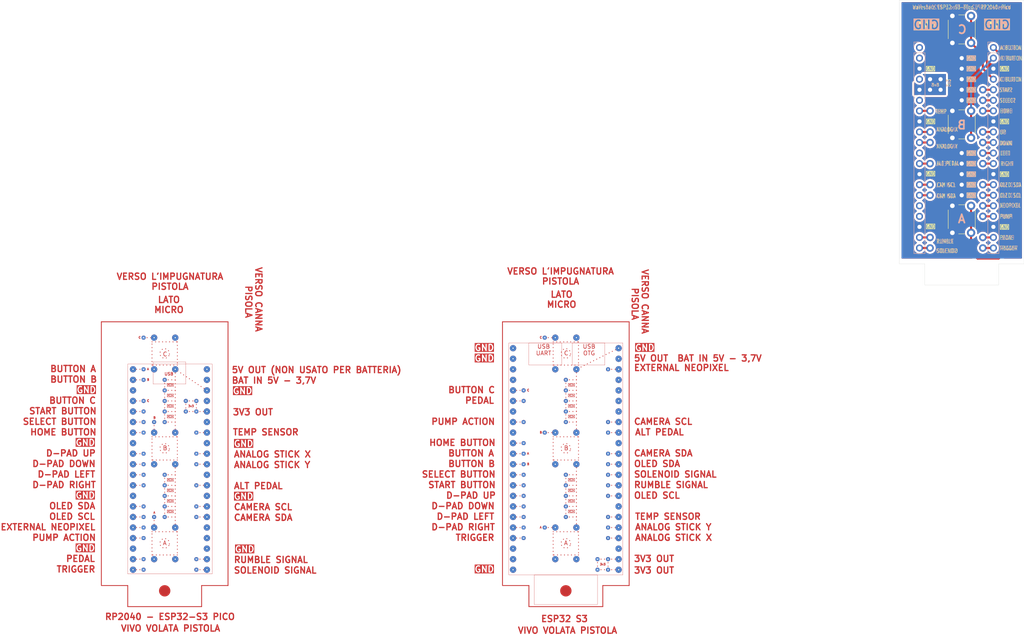
<source format=kicad_pcb>
(kicad_pcb (version 20241229) (generator "pcbnew") (generator_version "9.0")
  (title_block (comment 4 "AISLER Project ID: UDKLLJUE"))
  (layers (0 "F.Cu" signal) (2 "B.Cu" signal) (13 "F.Paste" user) (15 "B.Paste" user) (5 "F.SilkS" user "F.Silkscreen") (7 "B.SilkS" user "B.Silkscreen") (1 "F.Mask" user) (3 "B.Mask" user) (25 "Edge.Cuts" user))
  (net 0 "")
  (net 1 "VCC")
  (net 2 "GND")
  (net 3 "A")
  (net 4 "B")
  (net 5 "C")
  (footprint "MountingHole:MountingHole_2.2mm_M2" (layer "F.Cu") (at 243.84 106.68)
    (property "Reference" "REF**" (hide yes))
    (property "Value" "MountingHole_2.2mm_M2" (hide yes))
  )
  (footprint "Button_Switch_THT:SW_PUSH_6mm" (layer "F.Cu") (at 241.59 75.08 90)
    (property "Reference" "REF**" (hide yes))
    (property "Value" "SW_PUSH_6mm" (hide yes))
  )
  (footprint "Button_Switch_THT:SW_PUSH_6mm" (layer "F.Cu") (at 241.59 97.94 90)
    (property "Reference" "REF**" (hide yes))
    (property "Value" "SW_PUSH_6mm" (hide yes))
  )
  (footprint "Button_Switch_THT:SW_PUSH_6mm" (layer "F.Cu") (at 241.59 52.22 90)
    (property "Reference" "REF**" (hide yes))
    (property "Value" "SW_PUSH_6mm" (hide yes))
  )
  (footprint "Connector_PinSocket_2.54mm:PinSocket_1x20_P2.54mm_Vertical" (layer "B.Cu") (at 233.68 53.34 180)
    (property "Reference" "REF**" (hide yes))
    (property "Value" "PinSocket_1x20_P2.54mm_Vertical" (hide yes))
  )
  (footprint "Connector_PinSocket_2.54mm:PinSocket_1x20_P2.54mm_Vertical" (layer "B.Cu") (at 251.46 53.34 180)
    (property "Reference" "REF**" (hide yes))
    (property "Value" "PinSocket_1x20_P2.54mm_Vertical" (hide yes))
  )
  (gr_rect (start 150.114 124.46) (end 157.988 129.794) (stroke (width 0.0508)) (fill no) (layer "F.Cu"))
  (gr_line (start 151.13 130.81) (end 151.13 146.05) (stroke (width 0.2) (type dot)) (layer "F.Cu"))
  (gr_line (start 46.99 168.91) (end 44.45 168.91) (stroke (width 0.2) (type dot)) (layer "F.Cu"))
  (gr_line (start 135.89 168.91) (end 138.43 168.91) (stroke (width 0.2) (type dot)) (layer "F.Cu"))
  (gr_line (start 148.59 163.83) (end 151.13 163.83) (stroke (width 0.2) (type dot)) (layer "F.Cu"))
  (gr_line (start 59.69 163.83) (end 62.23 163.83) (stroke (width 0.2) (type dot)) (layer "F.Cu"))
  (gr_line (start 59.69 158.75) (end 62.23 158.75) (stroke (width 0.2) (type dot)) (layer "F.Cu"))
  (gr_rect (start 145.542 169.926) (end 151.638 175.514) (stroke (width 0.2) (type dot)) (fill no) (layer "F.Cu"))
  (gr_line (start 57.15 140.97) (end 57.15 138.43) (stroke (width 0.2) (type dot)) (layer "F.Cu"))
  (gr_circle (center 52.07 127) (end 53.086 127.508) (stroke (width 0.2) (type dot)) (fill no) (layer "F.Cu"))
  (gr_line (start 133.35 182.753) (end 133.35 119.38) (stroke (width 0.2)) (layer "F.Cu"))
  (gr_line (start 148.59 135.89) (end 151.13 135.89) (stroke (width 0.2) (type dot)) (layer "F.Cu"))
  (gr_line (start 59.69 153.67) (end 62.23 153.67) (stroke (width 0.2) (type dot)) (layer "F.Cu"))
  (gr_line (start 46.99 163.83) (end 44.45 163.83) (stroke (width 0.2) (type dot)) (layer "F.Cu"))
  (gr_line (start 43.18 187.96) (end 60.96 187.96) (stroke (width 0.2)) (layer "F.Cu"))
  (gr_line (start 156.21 176.53) (end 158.75 176.53) (stroke (width 0.2) (type dot)) (layer "F.Cu"))
  (gr_rect (start 49.022 169.926) (end 55.118 175.514) (stroke (width 0.2) (type dot)) (fill no) (layer "F.Cu"))
  (gr_line (start 62.23 135.89) (end 54.61 130.81) (stroke (width 0.2) (type dot)) (layer "F.Cu"))
  (gr_rect (start 139.7 124.46) (end 147.574 129.794) (stroke (width 0.0508)) (fill no) (layer "F.Cu"))
  (gr_rect (start 140.97 180.34) (end 156.21 187.452) (stroke (width 0.0508)) (fill no) (layer "F.Cu"))
  (gr_line (start 52.07 135.89) (end 54.61 135.89) (stroke (width 0.2) (type dot)) (layer "F.Cu"))
  (gr_line (start 158.75 153.67) (end 161.29 153.67) (stroke (width 0.2) (type dot)) (layer "F.Cu"))
  (gr_line (start 158.75 130.81) (end 161.29 130.81) (stroke (width 0.2) (type dot)) (layer "F.Cu"))
  (gr_line (start 148.59 133.35) (end 151.13 133.35) (stroke (width 0.2) (type dot)) (layer "F.Cu"))
  (gr_rect (start 145.542 124.206) (end 151.638 129.794) (stroke (width 0.2) (type dot)) (fill no) (layer "F.Cu"))
  (gr_line (start 59.69 151.13) (end 62.23 151.13) (stroke (width 0.2) (type dot)) (layer "F.Cu"))
  (gr_line (start 133.35 119.38) (end 163.83 119.38) (stroke (width 0.2)) (layer "F.Cu"))
  (gr_line (start 57.15 140.97) (end 59.69 140.97) (stroke (width 0.2) (type dot)) (layer "F.Cu"))
  (gr_line (start 148.59 166.37) (end 151.13 166.37) (stroke (width 0.2) (type dot)) (layer "F.Cu"))
  (gr_circle (center 52.07 172.72) (end 53.086 173.228) (stroke (width 0.2) (type dot)) (fill no) (layer "F.Cu"))
  (gr_line (start 52.07 156.21) (end 54.61 156.21) (stroke (width 0.2) (type dot)) (layer "F.Cu"))
  (gr_line (start 158.75 146.05) (end 161.29 146.05) (stroke (width 0.2) (type dot)) (layer "F.Cu"))
  (gr_rect (start 49.276 129.032) (end 57.15 134.366) (stroke (width 0.0508)) (fill no) (layer "F.Cu"))
  (gr_line (start 158.75 161.29) (end 161.29 161.29) (stroke (width 0.2) (type dot)) (layer "F.Cu"))
  (gr_line (start 46.99 153.67) (end 44.45 153.67) (stroke (width 0.2) (type dot)) (layer "F.Cu"))
  (gr_line (start 135.89 161.29) (end 138.43 161.29) (stroke (width 0.2) (type dot)) (layer "F.Cu"))
  (gr_line (start 158.75 166.37) (end 161.29 166.37) (stroke (width 0.2) (type dot)) (layer "F.Cu"))
  (gr_circle (center 148.59 172.72) (end 149.606 173.228) (stroke (width 0.2) (type dot)) (fill no) (layer "F.Cu"))
  (gr_line (start 148.59 158.75) (end 151.13 158.75) (stroke (width 0.2) (type dot)) (layer "F.Cu"))
  (gr_line (start 46.99 179.07) (end 44.45 179.07) (stroke (width 0.2) (type dot)) (layer "F.Cu"))
  (gr_line (start 36.83 119.38) (end 67.31 119.38) (stroke (width 0.2)) (layer "F.Cu"))
  (gr_line (start 43.18 182.88) (end 43.18 187.96) (stroke (width 0.2)) (layer "F.Cu"))
  (gr_line (start 135.89 135.89) (end 138.43 135.89) (stroke (width 0.2) (type dot)) (layer "F.Cu"))
  (gr_line (start 46.99 146.05) (end 44.45 146.05) (stroke (width 0.2) (type dot)) (layer "F.Cu"))
  (gr_line (start 46.99 171.45) (end 44.45 171.45) (stroke (width 0.2) (type dot)) (layer "F.Cu"))
  (gr_line (start 148.59 156.21) (end 151.13 156.21) (stroke (width 0.2) (type dot)) (layer "F.Cu"))
  (gr_line (start 52.07 166.37) (end 54.61 166.37) (stroke (width 0.2) (type dot)) (layer "F.Cu"))
  (gr_line (start 156.21 179.07) (end 156.21 176.53) (stroke (width 0.2) (type dot)) (layer "F.Cu"))
  (gr_line (start 46.99 140.97) (end 44.45 140.97) (stroke (width 0.2) (type dot)) (layer "F.Cu"))
  (gr_line (start 59.69 140.97) (end 62.23 140.97) (stroke (width 0.2) (type dot)) (layer "F.Cu"))
  (gr_line (start 158.75 143.51) (end 161.29 143.51) (stroke (width 0.2) (type dot)) (layer "F.Cu"))
  (gr_line (start 46.99 156.21) (end 44.45 156.21) (stroke (width 0.2) (type dot)) (layer "F.Cu"))
  (gr_line (start 135.89 166.37) (end 138.43 166.37) (stroke (width 0.2) (type dot)) (layer "F.Cu"))
  (gr_line (start 135.89 158.75) (end 138.43 158.75) (stroke (width 0.2) (type dot)) (layer "F.Cu"))
  (gr_line (start 52.07 156.21) (end 52.07 166.37) (stroke (width 0.2) (type dot)) (layer "F.Cu"))
  (gr_line (start 59.69 146.05) (end 62.23 146.05) (stroke (width 0.2) (type dot)) (layer "F.Cu"))
  (gr_rect (start 49.022 147.066) (end 55.118 152.654) (stroke (width 0.2) (type dot)) (fill no) (layer "F.Cu"))
  (gr_line (start 143.51 146.05) (end 146.05 146.05) (stroke (width 0.2) (type dot)) (layer "F.Cu"))
  (gr_line (start 59.69 179.07) (end 62.23 179.07) (stroke (width 0.2) (type dot)) (layer "F.Cu"))
  (gr_line (start 49.53 166.37) (end 49.53 168.91) (stroke (width 0.2) (type dot)) (layer "F.Cu"))
  (gr_line (start 60.96 182.88) (end 60.96 187.96) (stroke (width 0.2)) (layer "F.Cu"))
  (gr_line (start 46.99 143.51) (end 44.45 143.51) (stroke (width 0.2) (type dot)) (layer "F.Cu"))
  (gr_line (start 46.99 123.19) (end 49.53 123.19) (stroke (width 0.2) (type dot)) (layer "F.Cu"))
  (gr_line (start 135.89 156.21) (end 138.43 156.21) (stroke (width 0.2) (type dot)) (layer "F.Cu"))
  (gr_line (start 143.51 168.91) (end 146.05 168.91) (stroke (width 0.2) (type dot)) (layer "F.Cu"))
  (gr_line (start 52.07 163.83) (end 54.61 163.83) (stroke (width 0.2) (type dot)) (layer "F.Cu"))
  (gr_circle (center 52.07 149.86) (end 53.086 150.368) (stroke (width 0.2) (type dot)) (fill no) (layer "F.Cu"))
  (gr_circle (center 52.07 184.15) (end 53.086 184.912) (stroke (width 0.2)) (fill yes) (layer "F.Cu"))
  (gr_line (start 54.61 168.91) (end 54.61 153.67) (stroke (width 0.2) (type dot)) (layer "F.Cu"))
  (gr_line (start 158.75 176.53) (end 161.29 176.53) (stroke (width 0.2) (type dot)) (layer "F.Cu"))
  (gr_line (start 158.75 179.07) (end 161.29 179.07) (stroke (width 0.2) (type dot)) (layer "F.Cu"))
  (gr_line (start 143.51 123.19) (end 146.05 123.19) (stroke (width 0.2) (type dot)) (layer "F.Cu"))
  (gr_line (start 135.89 138.43) (end 138.43 138.43) (stroke (width 0.2) (type dot)) (layer "F.Cu"))
  (gr_line (start 148.59 161.29) (end 151.13 161.29) (stroke (width 0.2) (type dot)) (layer "F.Cu"))
  (gr_line (start 52.07 161.29) (end 54.61 161.29) (stroke (width 0.2) (type dot)) (layer "F.Cu"))
  (gr_line (start 46.99 138.43) (end 44.45 138.43) (stroke (width 0.2) (type dot)) (layer "F.Cu"))
  (gr_line (start 158.75 171.45) (end 161.29 171.45) (stroke (width 0.2) (type dot)) (layer "F.Cu"))
  (gr_line (start 135.89 148.59) (end 138.43 148.59) (stroke (width 0.2) (type dot)) (layer "F.Cu"))
  (gr_line (start 135.89 171.45) (end 138.43 171.45) (stroke (width 0.2) (type dot)) (layer "F.Cu"))
  (gr_line (start 158.75 151.13) (end 161.29 151.13) (stroke (width 0.2) (type dot)) (layer "F.Cu"))
  (gr_line (start 46.99 133.35) (end 44.45 133.35) (stroke (width 0.2) (type dot)) (layer "F.Cu"))
  (gr_line (start 46.99 158.75) (end 44.45 158.75) (stroke (width 0.2) (type dot)) (layer "F.Cu"))
  (gr_line (start 36.83 182.88) (end 43.18 182.88) (stroke (width 0.2)) (layer "F.Cu"))
  (gr_line (start 49.53 143.51) (end 49.53 146.05) (stroke (width 0.2) (type dot)) (layer "F.Cu"))
  (gr_line (start 52.07 143.51) (end 54.61 143.51) (stroke (width 0.2) (type dot)) (layer "F.Cu"))
  (gr_rect (start 134.874 124.46) (end 162.306 180.34) (stroke (width 0.0508)) (fill no) (layer "F.Cu"))
  (gr_circle (center 148.59 184.15) (end 149.606 184.912) (stroke (width 0.2)) (fill yes) (layer "F.Cu"))
  (gr_line (start 148.59 138.43) (end 151.13 138.43) (stroke (width 0.2) (type dot)) (layer "F.Cu"))
  (gr_line (start 36.83 182.753) (end 36.83 119.38) (stroke (width 0.2)) (layer "F.Cu"))
  (gr_line (start 67.31 119.38) (end 67.31 182.88) (stroke (width 0.2)) (layer "F.Cu"))
  (gr_line (start 67.31 182.88) (end 60.96 182.88) (stroke (width 0.2)) (layer "F.Cu"))
  (gr_line (start 161.29 125.73) (end 151.13 130.81) (stroke (width 0.2) (type dot)) (layer "F.Cu"))
  (gr_line (start 46.99 176.53) (end 44.45 176.53) (stroke (width 0.2) (type dot)) (layer "F.Cu"))
  (gr_line (start 158.75 168.91) (end 161.29 168.91) (stroke (width 0.2) (type dot)) (layer "F.Cu"))
  (gr_line (start 163.83 182.88) (end 157.48 182.88) (stroke (width 0.2)) (layer "F.Cu"))
  (gr_line (start 57.15 138.43) (end 59.69 138.43) (stroke (width 0.2) (type dot)) (layer "F.Cu"))
  (gr_line (start 52.07 133.35) (end 52.07 143.51) (stroke (width 0.2) (type dot)) (layer "F.Cu"))
  (gr_line (start 151.13 153.67) (end 151.13 168.91) (stroke (width 0.2) (type dot)) (layer "F.Cu"))
  (gr_line (start 157.48 182.88) (end 157.48 187.96) (stroke (width 0.2)) (layer "F.Cu"))
  (gr_line (start 46.99 166.37) (end 44.45 166.37) (stroke (width 0.2) (type dot)) (layer "F.Cu"))
  (gr_line (start 54.61 146.05) (end 54.61 130.81) (stroke (width 0.2) (type dot)) (layer "F.Cu"))
  (gr_line (start 139.7 187.96) (end 157.48 187.96) (stroke (width 0.2)) (layer "F.Cu"))
  (gr_line (start 148.59 143.51) (end 151.13 143.51) (stroke (width 0.2) (type dot)) (layer "F.Cu"))
  (gr_rect (start 43.18 129.54) (end 63.5 180.086) (stroke (width 0.0508)) (fill no) (layer "F.Cu"))
  (gr_rect (start 49.022 124.206) (end 55.118 129.794) (stroke (width 0.2) (type dot)) (fill no) (layer "F.Cu"))
  (gr_line (start 163.83 119.38) (end 163.83 182.88) (stroke (width 0.2)) (layer "F.Cu"))
  (gr_line (start 59.69 140.97) (end 59.69 138.43) (stroke (width 0.2) (type dot)) (layer "F.Cu"))
  (gr_line (start 46.99 130.81) (end 44.45 130.81) (stroke (width 0.2) (type dot)) (layer "F.Cu"))
  (gr_line (start 148.59 133.35) (end 148.59 143.51) (stroke (width 0.2) (type dot)) (layer "F.Cu"))
  (gr_line (start 148.59 166.37) (end 148.59 156.21) (stroke (width 0.2) (type dot)) (layer "F.Cu"))
  (gr_line (start 59.69 166.37) (end 62.23 166.37) (stroke (width 0.2) (type dot)) (layer "F.Cu"))
  (gr_line (start 46.99 151.13) (end 44.45 151.13) (stroke (width 0.2) (type dot)) (layer "F.Cu"))
  (gr_line (start 139.7 182.88) (end 139.7 187.96) (stroke (width 0.2)) (layer "F.Cu"))
  (gr_line (start 135.89 151.13) (end 138.43 151.13) (stroke (width 0.2) (type dot)) (layer "F.Cu"))
  (gr_line (start 52.07 158.75) (end 54.61 158.75) (stroke (width 0.2) (type dot)) (layer "F.Cu"))
  (gr_circle (center 148.59 127) (end 149.606 127.508) (stroke (width 0.2) (type dot)) (fill no) (layer "F.Cu"))
  (gr_line (start 158.75 158.75) (end 161.29 158.75) (stroke (width 0.2) (type dot)) (layer "F.Cu"))
  (gr_line (start 52.07 138.43) (end 54.61 138.43) (stroke (width 0.2) (type dot)) (layer "F.Cu"))
  (gr_line (start 158.75 176.53) (end 158.75 179.07) (stroke (width 0.2) (type dot)) (layer "F.Cu"))
  (gr_line (start 133.35 182.88) (end 139.7 182.88) (stroke (width 0.2)) (layer "F.Cu"))
  (gr_line (start 52.07 133.35) (end 54.61 133.35) (stroke (width 0.2) (type dot)) (layer "F.Cu"))
  (gr_line (start 52.07 140.97) (end 54.61 140.97) (stroke (width 0.2) (type dot)) (layer "F.Cu"))
  (gr_line (start 135.89 143.51) (end 138.43 143.51) (stroke (width 0.2) (type dot)) (layer "F.Cu"))
  (gr_line (start 59.69 176.53) (end 62.23 176.53) (stroke (width 0.2) (type dot)) (layer "F.Cu"))
  (gr_line (start 158.75 156.21) (end 161.29 156.21) (stroke (width 0.2) (type dot)) (layer "F.Cu"))
  (gr_line (start 135.89 153.67) (end 138.43 153.67) (stroke (width 0.2) (type dot)) (layer "F.Cu"))
  (gr_rect (start 145.542 147.066) (end 151.638 152.654) (stroke (width 0.2) (type dot)) (fill no) (layer "F.Cu"))
  (gr_line (start 148.59 140.97) (end 151.13 140.97) (stroke (width 0.2) (type dot)) (layer "F.Cu"))
  (gr_line (start 158.75 179.07) (end 156.21 179.07) (stroke (width 0.2) (type dot)) (layer "F.Cu"))
  (gr_circle (center 148.59 149.86) (end 149.606 150.368) (stroke (width 0.2) (type dot)) (fill no) (layer "F.Cu"))
  (gr_line (start 135.89 163.83) (end 138.43 163.83) (stroke (width 0.2) (type dot)) (layer "F.Cu"))
  (gr_line (start 228.854 105.41) (end 234.95 105.41) (stroke (width 0.05)) (layer "Edge.Cuts"))
  (gr_line (start 252.73 105.41) (end 258.826 105.41) (stroke (width 0.05)) (layer "Edge.Cuts"))
  (gr_line (start 234.95 105.41) (end 234.95 110.49) (stroke (width 0.05)) (layer "Edge.Cuts"))
  (gr_line (start 258.826 41.91) (end 228.854 41.91) (stroke (width 0.05)) (layer "Edge.Cuts"))
  (gr_line (start 228.854 41.91) (end 228.854 105.41) (stroke (width 0.05)) (layer "Edge.Cuts"))
  (gr_line (start 252.73 110.49) (end 252.73 105.41) (stroke (width 0.05)) (layer "Edge.Cuts"))
  (gr_line (start 258.826 105.41) (end 258.826 41.91) (stroke (width 0.05)) (layer "Edge.Cuts"))
  (gr_line (start 234.95 110.49) (end 252.73 110.49) (stroke (width 0.05)) (layer "Edge.Cuts"))
  (gr_text "VERSO L'IMPUGNATURA\nPISTOLA" (at 53.34 111.76 0) (layer "F.Cu") (effects (font (size 1.5 1.5) (thickness 0.3) (bold yes)) (justify bottom)))
  (gr_text "ANALOG STICK Y" (at 165.1 169.672 0) (layer "F.Cu") (effects (font (size 1.5 1.5) (thickness 0.3) (bold yes)) (justify left bottom)))
  (gr_text "GND" (at 68.58 162.306 0) (layer "F.Cu" knockout) (effects (font (size 1.5 1.5) (thickness 0.3) (bold yes)) (justify left bottom)))
  (gr_text "RP2040 - ESP32-S3 PICO" (at 53.34 191.262 0) (layer "F.Cu") (effects (font (size 1.5 1.5) (thickness 0.3) (bold yes)) (justify bottom)))
  (gr_text "GND" (at 68.58 149.606 0) (layer "F.Cu" knockout) (effects (font (size 1.5 1.5) (thickness 0.3) (bold yes)) (justify left bottom)))
  (gr_text "GND" (at 149.098 137.414 0) (layer "F.Cu" knockout) (effects (font (size 0.5 0.5) (thickness 0.125)) (justify left bottom)))
  (gr_text "C" (at 47.752 138.684 0) (layer "F.Cu") (effects (font (size 0.5 0.5) (thickness 0.125)) (justify left bottom)))
  (gr_text "D-PAD RIGHT" (at 20.066 159.512 0) (layer "F.Cu") (effects (font (size 1.5 1.5) (thickness 0.3) (bold yes)) (justify left bottom)))
  (gr_text "OLED SDA" (at 24.13 164.592 0) (layer "F.Cu") (effects (font (size 1.5 1.5) (thickness 0.3) (bold yes)) (justify left bottom)))
  (gr_text "VERSO L'IMPUGNATURA\nPISTOLA" (at 147.32 110.49 0) (layer "F.Cu") (effects (font (size 1.5 1.5) (thickness 0.3) (bold yes)) (justify bottom)))
  (gr_text "OLED SCL" (at 24.13 167.132 0) (layer "F.Cu") (effects (font (size 1.5 1.5) (thickness 0.3) (bold yes)) (justify left bottom)))
  (gr_text "5V OUT" (at 164.846 129.032 0) (layer "F.Cu") (effects (font (size 1.5 1.5) (thickness 0.3) (bold yes)) (justify left bottom)))
  (gr_text "B" (at 139.192 153.924 0) (layer "F.Cu") (effects (font (size 0.5 0.5) (thickness 0.125)) (justify left bottom)))
  (gr_text "D-PAD UP" (at 119.634 162.052 0) (layer "F.Cu") (effects (font (size 1.5 1.5) (thickness 0.3) (bold yes)) (justify left bottom)))
  (gr_text "HOME BUTTON" (at 115.57 149.352 0) (layer "F.Cu") (effects (font (size 1.5 1.5) (thickness 0.3) (bold yes)) (justify left bottom)))
  (gr_text "BUTTON C" (at 24.13 139.192 0) (layer "F.Cu") (effects (font (size 1.5 1.5) (thickness 0.3) (bold yes)) (justify left bottom)))
  (gr_text "D-PAD DOWN" (at 20.066 154.432 0) (layer "F.Cu") (effects (font (size 1.5 1.5) (thickness 0.3) (bold yes)) (justify left bottom)))
  (gr_text "D-PAD LEFT" (at 21.336 156.972 0) (layer "F.Cu") (effects (font (size 1.5 1.5) (thickness 0.3) (bold yes)) (justify left bottom)))
  (gr_text "GND" (at 52.578 137.414 0) (layer "F.Cu" knockout) (effects (font (size 0.5 0.5) (thickness 0.125)) (justify left bottom)))
  (gr_text "TRIGGER" (at 25.908 179.832 0) (layer "F.Cu") (effects (font (size 1.5 1.5) (thickness 0.3) (bold yes)) (justify left bottom)))
  (gr_text "GND" (at 52.578 134.874 0) (layer "F.Cu" knockout) (effects (font (size 0.5 0.5) (thickness 0.125)) (justify left bottom)))
  (gr_text "GND" (at 149.098 157.734 0) (layer "F.Cu" knockout) (effects (font (size 0.5 0.5) (thickness 0.125)) (justify left bottom)))
  (gr_text "3v3" (at 156.718 178.054 0) (layer "F.Cu") (effects (font (size 0.5 0.5) (thickness 0.125)) (justify left bottom)))
  (gr_text "TRIGGER" (at 121.92 172.212 0) (layer "F.Cu") (effects (font (size 1.5 1.5) (thickness 0.3) (bold yes)) (justify left bottom)))
  (gr_text "ANALOG STICK X" (at 68.58 152.146 0) (layer "F.Cu") (effects (font (size 1.5 1.5) (thickness 0.3) (bold yes)) (justify left bottom)))
  (gr_text "GND" (at 52.578 157.734 0) (layer "F.Cu" knockout) (effects (font (size 0.5 0.5) (thickness 0.125)) (justify left bottom)))
  (gr_text "VIVO VOLATA PISTOLA" (at 136.906 194.564 0) (layer "F.Cu") (effects (font (size 1.5 1.5) (thickness 0.3) (bold yes)) (justify left bottom)))
  (gr_text "D-PAD UP" (at 23.368 151.892 0) (layer "F.Cu") (effects (font (size 1.5 1.5) (thickness 0.3) (bold yes)) (justify left bottom)))
  (gr_text "BUTTON B" (at 24.384 134.112 0) (layer "F.Cu") (effects (font (size 1.5 1.5) (thickness 0.3) (bold yes)) (justify left bottom)))
  (gr_text "GND" (at 30.48 162.052 0) (layer "F.Cu" knockout) (effects (font (size 1.5 1.5) (thickness 0.3) (bold yes)) (justify left bottom)))
  (gr_text "GND" (at 165.1 126.492 0) (layer "F.Cu" knockout) (effects (font (size 1.5 1.5) (thickness 0.3) (bold yes)) (justify left bottom)))
  (gr_text "PEDAL" (at 124.206 139.192 0) (layer "F.Cu") (effects (font (size 1.5 1.5) (thickness 0.3) (bold yes)) (justify left bottom)))
  (gr_text "A" (at 51.562 173.228 0) (layer "F.Cu") (effects (font (size 1.016 1.016) (thickness 0.127) (bold yes)) (justify left bottom)))
  (gr_text "SELECT BUTTON" (at 113.792 156.972 0) (layer "F.Cu") (effects (font (size 1.5 1.5) (thickness 0.3) (bold yes)) (justify left bottom)))
  (gr_text "3v3" (at 57.658 139.954 0) (layer "F.Cu") (effects (font (size 0.5 0.5) (thickness 0.125)) (justify left bottom)))
  (gr_text "GND" (at 149.098 165.354 0) (layer "F.Cu" knockout) (effects (font (size 0.5 0.5) (thickness 0.125)) (justify left bottom)))
  (gr_text "A" (at 139.192 151.384 0) (layer "F.Cu") (effects (font (size 0.5 0.5) (thickness 0.125)) (justify left bottom)))
  (gr_text "D-PAD DOWN" (at 116.078 164.592 0) (layer "F.Cu") (effects (font (size 1.5 1.5) (thickness 0.3) (bold yes)) (justify left bottom)))
  (gr_text "GND" (at 52.578 165.354 0) (layer "F.Cu" knockout) (effects (font (size 0.5 0.5) (thickness 0.125)) (justify left bottom)))
  (gr_text "EXTERNAL NEOPIXEL" (at 164.846 131.318 0) (layer "F.Cu") (effects (font (size 1.5 1.5) (thickness 0.3) (bold yes)) (justify left bottom)))
  (gr_text "GND" (at 149.098 134.874 0) (layer "F.Cu" knockout) (effects (font (size 0.5 0.5) (thickness 0.125)) (justify left bottom)))
  (gr_text "LATO\nMICRO" (at 53.086 117.348 0) (layer "F.Cu") (effects (font (size 1.5 1.5) (thickness 0.3) (bold yes)) (justify bottom)))
  (gr_text "B" (at 47.752 133.604 0) (layer "F.Cu") (effects (font (size 0.5 0.5) (thickness 0.125)) (justify left bottom)))
  (gr_text "3V3 OUT" (at 164.846 177.292 0) (layer "F.Cu") (effects (font (size 1.5 1.5) (thickness 0.3) (bold yes)) (justify left bottom)))
  (gr_text "BUTTON C" (at 120.142 136.652 0) (layer "F.Cu") (effects (font (size 1.5 1.5) (thickness 0.3) (bold yes)) (justify left bottom)))
  (gr_text "C" (at 139.192 136.144 0) (layer "F.Cu") (effects (font (size 0.5 0.5) (thickness 0.125)) (justify left bottom)))
  (gr_text "A" (at 49.276 165.608 0) (layer "F.Cu") (effects (font (size 0.5 0.5) (thickness 0.125)) (justify left bottom)))
  (gr_text "C" (at 142.24 123.444 0) (layer "F.Cu") (effects (font (size 0.5 0.5) (thickness 0.125)) (justify left bottom)))
  (gr_text "GND" (at 126.492 126.492 0) (layer "F.Cu" knockout) (effects (font (size 1.5 1.5) (thickness 0.3) (bold yes)) (justify left bottom)))
  (gr_text "ANALOG STICK Y" (at 68.58 154.686 0) (layer "F.Cu") (effects (font (size 1.5 1.5) (thickness 0.3) (bold yes)) (justify left bottom)))
  (gr_text "GND" (at 52.578 162.814 0) (layer "F.Cu" knockout) (effects (font (size 0.5 0.5) (thickness 0.125)) (justify left bottom)))
  (gr_text "USB" (at 53.086 132.334 0) (layer "F.Cu") (effects (font (size 0.7 0.7) (thickness 0.125)) (justify bottom)))
  (gr_text "GND" (at 68.326 136.906 0) (layer "F.Cu" knockout) (effects (font (size 1.5 1.5) (thickness 0.3) (bold yes)) (justify left bottom)))
  (gr_text "ESP32 S3" (at 142.494 191.77 0) (layer "F.Cu") (effects (font (size 1.5 1.5) (thickness 0.3) (bold yes)) (justify left bottom)))
  (gr_text "C" (at 51.562 127.762 0) (layer "F.Cu") (effects (font (size 1.016 1.016) (thickness 0.127) (bold yes)) (justify left bottom)))
  (gr_text "C" (at 148.082 127.508 0) (layer "F.Cu") (effects (font (size 1.016 1.016) (thickness 0.127) (bold yes)) (justify left bottom)))
  (gr_text "START BUTTON" (at 115.316 159.512 0) (layer "F.Cu") (effects (font (size 1.5 1.5) (thickness 0.3) (bold yes)) (justify left bottom)))
  (gr_text "HOME BUTTON" (at 19.558 146.812 0) (layer "F.Cu") (effects (font (size 1.5 1.5) (thickness 0.3) (bold yes)) (justify left bottom)))
  (gr_text "START BUTTON" (at 19.304 141.732 0) (layer "F.Cu") (effects (font (size 1.5 1.5) (thickness 0.3) (bold yes)) (justify left bottom)))
  (gr_text "D-PAD LEFT" (at 117.348 167.132 0) (layer "F.Cu") (effects (font (size 1.5 1.5) (thickness 0.3) (bold yes)) (justify left bottom)))
  (gr_text "CAMERA SCL" (at 68.58 164.846 0) (layer "F.Cu") (effects (font (size 1.5 1.5) (thickness 0.3) (bold yes)) (justify left bottom)))
  (gr_text "RUMBLE SIGNAL" (at 68.58 177.546 0) (layer "F.Cu") (effects (font (size 1.5 1.5) (thickness 0.3) (bold yes)) (justify left bottom)))
  (gr_text "SOLENOID SIGNAL" (at 68.58 180.086 0) (layer "F.Cu") (effects (font (size 1.5 1.5) (thickness 0.3) (bold yes)) (justify left bottom)))
  (gr_text "BUTTON B" (at 120.142 154.432 0) (layer "F.Cu") (effects (font (size 1.5 1.5) (thickness 0.3) (bold yes)) (justify left bottom)))
  (gr_text "VERSO CANNA \nPISOLA" (at 164.338 115.062 270) (layer "F.Cu") (effects (font (size 1.5 1.5) (thickness 0.3) (bold yes)) (justify bottom)))
  (gr_text "PUMP ACTION" (at 20.066 172.212 0) (layer "F.Cu") (effects (font (size 1.5 1.5) (thickness 0.3) (bold yes)) (justify left bottom)))
  (gr_text "GND" (at 126.492 129.032 0) (layer "F.Cu" knockout) (effects (font (size 1.5 1.5) (thickness 0.3) (bold yes)) (justify left bottom)))
  (gr_text "SELECT BUTTON" (at 17.78 144.272 0) (layer "F.Cu") (effects (font (size 1.5 1.5) (thickness 0.3) (bold yes)) (justify left bottom)))
  (gr_text "RUMBLE SIGNAL" (at 164.846 159.512 0) (layer "F.Cu") (effects (font (size 1.5 1.5) (thickness 0.3) (bold yes)) (justify left bottom)))
  (gr_text "B" (at 49.276 142.748 0) (layer "F.Cu") (effects (font (size 0.5 0.5) (thickness 0.125)) (justify left bottom)))
  (gr_text "ANALOG STICK X" (at 165.1 172.212 0) (layer "F.Cu") (effects (font (size 1.5 1.5) (thickness 0.3) (bold yes)) (justify left bottom)))
  (gr_text "C" (at 45.72 123.444 0) (layer "F.Cu") (effects (font (size 0.5 0.5) (thickness 0.125)) (justify left bottom)))
  (gr_text "PEDAL" (at 28.194 177.292 0) (layer "F.Cu") (effects (font (size 1.5 1.5) (thickness 0.3) (bold yes)) (justify left bottom)))
  (gr_text "BAT IN 5V - 3,7V" (at 175.26 129.032 0) (layer "F.Cu") (effects (font (size 1.5 1.5) (thickness 0.3) (bold yes)) (justify left bottom)))
  (gr_text "B" (at 142.24 146.304 0) (layer "F.Cu") (effects (font (size 0.5 0.5) (thickness 0.125)) (justify left bottom)))
  (gr_text "CAMERA SDA" (at 164.846 151.892 0) (layer "F.Cu") (effects (font (size 1.5 1.5) (thickness 0.3) (bold yes)) (justify left bottom)))
  (gr_text "GND" (at 30.48 149.352 0) (layer "F.Cu" knockout) (effects (font (size 1.5 1.5) (thickness 0.3) (bold yes)) (justify left bottom)))
  (gr_text "GND" (at 52.578 160.274 0) (layer "F.Cu" knockout) (effects (font (size 0.5 0.5) (thickness 0.125)) (justify left bottom)))
  (gr_text "BUTTON A" (at 24.384 131.572 0) (layer "F.Cu") (effects (font (size 1.5 1.5) (thickness 0.3) (bold yes)) (justify left bottom)))
  (gr_text "5V OUT (NON USATO PER BATTERIA)" (at 68.072 131.826 0) (layer "F.Cu") (effects (font (size 1.5 1.5) (thickness 0.3) (bold yes)) (justify left bottom)))
  (gr_text "GND" (at 149.098 160.274 0) (layer "F.Cu" knockout) (effects (font (size 0.5 0.5) (thickness 0.125)) (justify left bottom)))
  (gr_text "GND" (at 68.834 175.006 0) (layer "F.Cu" knockout) (effects (font (size 1.5 1.5) (thickness 0.3) (bold yes)) (justify left bottom)))
  (gr_text "SOLENOID SIGNAL" (at 164.846 156.972 0) (layer "F.Cu") (effects (font (size 1.5 1.5) (thickness 0.3) (bold yes)) (justify left bottom)))
  (gr_text "PUMP ACTION" (at 116.078 144.272 0) (layer "F.Cu") (effects (font (size 1.5 1.5) (thickness 0.3) (bold yes)) (justify left bottom)))
  (gr_text "A" (at 148.082 173.228 0) (layer "F.Cu") (effects (font (size 1.016 1.016) (thickness 0.127) (bold yes)) (justify left bottom)))
  (gr_text "ALT PEDAL" (at 68.58 159.766 0) (layer "F.Cu") (effects (font (size 1.5 1.5) (thickness 0.3) (bold yes)) (justify left bottom)))
  (gr_text "USB\nUART" (at 143.256 127.508 0) (layer "F.Cu") (effects (font (size 1 1) (thickness 0.125)) (justify bottom)))
  (gr_text "USB\nOTG" (at 154.178 127.508 0) (layer "F.Cu") (effects (font (size 1 1) (thickness 0.125)) (justify bottom)))
  (gr_text "3V3 OUT" (at 164.846 180.086 0) (layer "F.Cu") (effects (font (size 1.5 1.5) (thickness 0.3) (bold yes)) (justify left bottom)))
  (gr_text "B" (at 51.562 150.368 0) (layer "F.Cu") (effects (font (size 1.016 1.016) (thickness 0.127) (bold yes)) (justify left bottom)))
  (gr_text "ALT PEDAL" (at 165.1 146.812 0) (layer "F.Cu") (effects (font (size 1.5 1.5) (thickness 0.3) (bold yes)) (justify left bottom)))
  (gr_text "D-PAD RIGHT" (at 116.078 169.672 0) (layer "F.Cu") (effects (font (size 1.5 1.5) (thickness 0.3) (bold yes)) (justify left bottom)))
  (gr_text "TEMP SENSOR" (at 165.1 167.132 0) (layer "F.Cu") (effects (font (size 1.5 1.5) (thickness 0.3) (bold yes)) (justify left bottom)))
  (gr_text "EXTERNAL NEOPIXEL" (at 12.446 169.672 0) (layer "F.Cu") (effects (font (size 1.5 1.5) (thickness 0.3) (bold yes)) (justify left bottom)))
  (gr_text "GND" (at 126.492 179.832 0) (layer "F.Cu" knockout) (effects (font (size 1.5 1.5) (thickness 0.3) (bold yes)) (justify left bottom)))
  (gr_text "CAMERA SDA" (at 68.58 167.386 0) (layer "F.Cu") (effects (font (size 1.5 1.5) (thickness 0.3) (bold yes)) (justify left bottom)))
  (gr_text "OLED SCL" (at 164.846 162.052 0) (layer "F.Cu") (effects (font (size 1.5 1.5) (thickness 0.3) (bold yes)) (justify left bottom)))
  (gr_text "B" (at 148.082 150.368 0) (layer "F.Cu") (effects (font (size 1.016 1.016) (thickness 0.127) (bold yes)) (justify left bottom)))
  (gr_text "GND" (at 30.734 136.652 0) (layer "F.Cu" knockout) (effects (font (size 1.5 1.5) (thickness 0.3) (bold yes)) (justify left bottom)))
  (gr_text "3V3 OUT" (at 68.326 141.986 0) (layer "F.Cu") (effects (font (size 1.5 1.5) (thickness 0.3) (bold yes)) (justify left bottom)))
  (gr_text "BUTTON A" (at 120.142 151.892 0) (layer "F.Cu") (effects (font (size 1.5 1.5) (thickness 0.3) (bold yes)) (justify left bottom)))
  (gr_text "A" (at 47.752 131.064 0) (layer "F.Cu") (effects (font (size 0.5 0.5) (thickness 0.125)) (justify left bottom)))
  (gr_text "LATO\nMICRO" (at 147.574 116.078 0) (layer "F.Cu") (effects (font (size 1.5 1.5) (thickness 0.3) (bold yes)) (justify bottom)))
  (gr_text "TEMP SENSOR" (at 68.326 146.812 0) (layer "F.Cu") (effects (font (size 1.5 1.5) (thickness 0.3) (bold yes)) (justify left bottom)))
  (gr_text "GND" (at 52.578 142.494 0) (layer "F.Cu" knockout) (effects (font (size 0.5 0.5) (thickness 0.125)) (justify left bottom)))
  (gr_text "CAMERA SCL" (at 164.846 144.272 0) (layer "F.Cu") (effects (font (size 1.5 1.5) (thickness 0.3) (bold yes)) (justify left bottom)))
  (gr_text "GND" (at 52.578 139.954 0) (layer "F.Cu" knockout) (effects (font (size 0.5 0.5) (thickness 0.125)) (justify left bottom)))
  (gr_text "GND" (at 30.48 174.752 0) (layer "F.Cu" knockout) (effects (font (size 1.5 1.5) (thickness 0.3) (bold yes)) (justify left bottom)))
  (gr_text "GND" (at 149.098 142.494 0) (layer "F.Cu" knockout) (effects (font (size 0.5 0.5) (thickness 0.125)) (justify left bottom)))
  (gr_text "BAT IN 5V - 3,7V" (at 68.072 134.366 0) (layer "F.Cu") (effects (font (size 1.5 1.5) (thickness 0.3) (bold yes)) (justify left bottom)))
  (gr_text "OLED SDA" (at 164.846 154.432 0) (layer "F.Cu") (effects (font (size 1.5 1.5) (thickness 0.3) (bold yes)) (justify left bottom)))
  (gr_text "VIVO VOLATA PISTOLA" (at 41.402 194.056 0) (layer "F.Cu") (effects (font (size 1.5 1.5) (thickness 0.3) (bold yes)) (justify left bottom)))
  (gr_text "GND" (at 149.098 139.954 0) (layer "F.Cu" knockout) (effects (font (size 0.5 0.5) (thickness 0.125)) (justify left bottom)))
  (gr_text "GND" (at 149.098 162.814 0) (layer "F.Cu" knockout) (effects (font (size 0.5 0.5) (thickness 0.125)) (justify left bottom)))
  (gr_text "VERSO CANNA \nPISOLA" (at 71.374 114.554 270) (layer "F.Cu") (effects (font (size 1.5 1.5) (thickness 0.3) (bold yes)) (justify bottom)))
  (gr_text "A" (at 142.24 169.164 0) (layer "F.Cu") (effects (font (size 0.5 0.5) (thickness 0.125)) (justify left bottom)))
  (gr_text "ANALOG X" (at 237.744 73.66 0) (layer "F.SilkS") (effects (font (size 1 0.7) (thickness 0.1)) (justify left bottom)))
  (gr_text "RUMBLE" (at 237.744 100.584 0) (layer "F.SilkS") (effects (font (size 1 0.7) (thickness 0.1)) (justify left bottom)))
  (gr_text "LEFT" (at 255.524 79.375 0) (layer "F.SilkS") (effects (font (size 1 0.7) (thickness 0.1)) (justify right bottom)))
  (gr_text "GND" (at 255.27 97.155 0) (layer "F.SilkS" knockout) (effects (font (size 1 0.7) (thickness 0.1)) (justify right bottom)))
  (gr_text "GND" (at 247.269 81.915 0) (layer "F.SilkS" knockout) (effects (font (size 1 0.7) (thickness 0.1)) (justify right bottom)))
  (gr_text "CAM SCL" (at 237.744 86.995 0) (layer "F.SilkS") (effects (font (size 1 0.7) (thickness 0.1)) (justify left bottom)))
  (gr_text "GND" (at 247.269 64.135 0) (layer "F.SilkS" knockout) (effects (font (size 1 0.7) (thickness 0.1)) (justify right bottom)))
  (gr_text "TEMP" (at 237.49 69.342 0) (layer "F.SilkS") (effects (font (size 1 0.7) (thickness 0.1)) (justify left bottom)))
  (gr_text "DOWN" (at 256.032 76.962 0) (layer "F.SilkS") (effects (font (size 1 0.7) (thickness 0.1)) (justify right bottom)))
  (gr_text "OLED SCL" (at 252.984 89.535 0) (layer "F.SilkS") (effects (font (size 1 0.7) (thickness 0.1)) (justify left bottom)))
  (gr_text "GND" (at 237.49 84.328 0) (layer "F.SilkS" knockout) (effects (font (size 1 0.7) (thickness 0.1)) (justify right bottom)))
  (gr_text "GND" (at 247.269 66.675 0) (layer "F.SilkS" knockout) (effects (font (size 1 0.7) (thickness 0.1)) (justify right bottom)))
  (gr_text "GND" (at 237.49 71.755 0) (layer "F.SilkS" knockout) (effects (font (size 1 0.7) (thickness 0.1)) (justify right bottom)))
  (gr_text "GND" (at 237.49 97.028 0) (layer "F.SilkS" knockout) (effects (font (size 1 0.7) (thickness 0.1)) (justify right bottom)))
  (gr_text "GND" (at 247.269 89.535 0) (layer "F.SilkS" knockout) (effects (font (size 1 0.7) (thickness 0.1)) (justify right bottom)))
  (gr_text "B BUTTON" (at 258.445 56.515 0) (layer "F.SilkS") (effects (font (size 1 0.7) (thickness 0.1)) (justify right bottom)))
  (gr_text "GND" (at 247.269 84.455 0) (layer "F.SilkS" knockout) (effects (font (size 1 0.7) (thickness 0.1)) (justify right bottom)))
  (gr_text "GND" (at 255.27 59.055 0) (layer "F.SilkS" knockout) (effects (font (size 1 0.7) (thickness 0.1)) (justify right bottom)))
  (gr_text "OLED SDA" (at 252.984 86.995 0) (layer "F.SilkS") (effects (font (size 1 0.7) (thickness 0.1)) (justify left bottom)))
  (gr_text "HOME" (at 256.032 69.215 0) (layer "F.SilkS") (effects (font (size 1 0.7) (thickness 0.1)) (justify right bottom)))
  (gr_text "GND" (at 235.331 49.022 0) (layer "F.SilkS" knockout) (effects (font (size 2 2) (thickness 0.4) (bold yes)) (justify bottom)))
  (gr_text "PUMP" (at 256.032 94.615 0) (layer "F.SilkS") (effects (font (size 1 0.7) (thickness 0.1)) (justify right bottom)))
  (gr_text "RIGHT" (at 256.286 81.915 0) (layer "F.SilkS") (effects (font (size 1 0.7) (thickness 0.1)) (justify right bottom)))
  (gr_text "GND" (at 247.269 59.055 0) (layer "F.SilkS" knockout) (effects (font (size 1 0.7) (thickness 0.1)) (justify right bottom)))
  (gr_text "GND" (at 255.27 71.755 0) (layer "F.SilkS" knockout) (effects (font (size 1 0.7) (thickness 0.1)) (justify right bottom)))
  (gr_text "SELECT" (at 256.794 66.675 0) (layer "F.SilkS") (effects (font (size 1 0.7) (thickness 0.1)) (justify right bottom)))
  (gr_text "Waveshare ESP32-S3-Pico / RP2040-Pico" (at 243.84 44.196 0) (layer "F.SilkS") (effects (font (size 1 0.7) (thickness 0.1)) (justify bottom)))
  (gr_text "GND" (at 247.269 61.595 0) (layer "F.SilkS" knockout) (effects (font (size 1 0.7) (thickness 0.1)) (justify right bottom)))
  (gr_text "GND" (at 255.27 84.455 0) (layer "F.SilkS" knockout) (effects (font (size 1 0.7) (thickness 0.1)) (justify right bottom)))
  (gr_text "PEDAL" (at 256.286 99.695 0) (layer "F.SilkS") (effects (font (size 1 0.7) (thickness 0.1)) (justify right bottom)))
  (gr_text "GND" (at 247.269 86.995 0) (layer "F.SilkS" knockout) (effects (font (size 1 0.7) (thickness 0.1)) (justify right bottom)))
  (gr_text "TRIGGER" (at 257.302 102.235 0) (layer "F.SilkS") (effects (font (size 1 0.7) (thickness 0.1)) (justify right bottom)))
  (gr_text "GND" (at 252.349 49.022 0) (layer "F.SilkS" knockout) (effects (font (size 2 2) (thickness 0.4) (bold yes)) (justify bottom)))
  (gr_text "GND" (at 247.269 56.515 0) (layer "F.SilkS" knockout) (effects (font (size 1 0.7) (thickness 0.1)) (justify right bottom)))
  (gr_text "GND" (at 247.269 79.375 0) (layer "F.SilkS" knockout) (effects (font (size 1 0.7) (thickness 0.1)) (justify right bottom)))
  (gr_text "ANALOG Y" (at 237.744 77.724 0) (layer "F.SilkS") (effects (font (size 1 0.7) (thickness 0.1)) (justify left bottom)))
  (gr_text "3v3" (at 237.49 62.738 0) (layer "F.SilkS") (effects (font (size 0.7 0.7) (thickness 0.1)) (justify bottom)))
  (gr_text "A BUTTON" (at 258.318 53.975 0) (layer "F.SilkS") (effects (font (size 1 0.7) (thickness 0.1)) (justify right bottom)))
  (gr_text "3v3" (at 241.3 62.865 90) (layer "F.SilkS") (effects (font (size 1 0.7) (thickness 0.1)) (justify left bottom)))
  (gr_text "GND" (at 235.204 59.055 0) (layer "F.SilkS" knockout) (effects (font (size 1 0.7) (thickness 0.1)) (justify left bottom)))
  (gr_text "CAM SDA" (at 237.744 89.662 0) (layer "F.SilkS") (effects (font (size 1 0.7) (thickness 0.1)) (justify left bottom)))
  (gr_text "NEOPIXEL" (at 252.984 91.948 0) (layer "F.SilkS") (effects (font (size 1 0.7) (thickness 0.1)) (justify left bottom)))
  (gr_text "C BUTTON" (at 258.318 61.595 0) (layer "F.SilkS") (effects (font (size 1 0.7) (thickness 0.1)) (justify right bottom)))
  (gr_text "SOLENOID" (at 237.744 102.87 0) (layer "F.SilkS") (effects (font (size 1 0.7) (thickness 0.1)) (justify left bottom)))
  (gr_text "START" (at 256.032 64.135 0) (layer "F.SilkS") (effects (font (size 1 0.7) (thickness 0.1)) (justify right bottom)))
  (gr_text "UP" (at 254.508 74.295 0) (layer "F.SilkS") (effects (font (size 1 0.7) (thickness 0.1)) (justify right bottom)))
  (gr_text "ALT PEDAL" (at 237.744 81.788 0) (layer "F.SilkS") (effects (font (size 1 0.7) (thickness 0.1)) (justify left bottom)))
  (gr_text "PUMP" (at 256.159 94.615 0) (layer "B.SilkS") (effects (font (size 1 0.7) (thickness 0.1)) (justify left bottom mirror)))
  (gr_text "GND" (at 247.269 56.515 0) (layer "B.SilkS" knockout) (effects (font (size 1 0.7) (thickness 0.1)) (justify left bottom mirror)))
  (gr_text "ANALOG X" (at 237.617 73.66 0) (layer "B.SilkS") (effects (font (size 1 0.7) (thickness 0.1)) (justify right bottom mirror)))
  (gr_text "TRIGGER" (at 257.429 102.235 0) (layer "B.SilkS") (effects (font (size 1 0.7) (thickness 0.1)) (justify left bottom mirror)))
  (gr_text "PEDAL" (at 256.54 99.695 0) (layer "B.SilkS") (effects (font (size 1 0.7) (thickness 0.1)) (justify left bottom mirror)))
  (gr_text "OLED SDA" (at 252.857 86.995 0) (layer "B.SilkS") (effects (font (size 1 0.7) (thickness 0.1)) (justify right bottom mirror)))
  (gr_text "B BUTTON" (at 258.064 56.515 0) (layer "B.SilkS") (effects (font (size 1 0.7) (thickness 0.1)) (justify left bottom mirror)))
  (gr_text "A BUTTON" (at 258.064 53.975 0) (layer "B.SilkS") (effects (font (size 1 0.7) (thickness 0.1)) (justify left bottom mirror)))
  (gr_text "GND" (at 247.269 61.595 0) (layer "B.SilkS" knockout) (effects (font (size 1 0.7) (thickness 0.1)) (justify left bottom mirror)))
  (gr_text "START" (at 256.159 64.135 0) (layer "B.SilkS") (effects (font (size 1 0.7) (thickness 0.1)) (justify left bottom mirror)))
  (gr_text "GND" (at 247.269 84.455 0) (layer "B.SilkS" knockout) (effects (font (size 1 0.7) (thickness 0.1)) (justify left bottom mirror)))
  (gr_text "DOWN" (at 256.159 76.962 0) (layer "B.SilkS") (effects (font (size 1 0.7) (thickness 0.1)) (justify left bottom mirror)))
  (gr_text "GND" (at 238.633 49.022 0) (layer "B.SilkS" knockout) (effects (font (size 2 2) (thickness 0.4) (bold yes)) (justify left bottom mirror)))
  (gr_text "GND" (at 247.269 86.995 0) (layer "B.SilkS" knockout) (effects (font (size 1 0.7) (thickness 0.1)) (justify left bottom mirror)))
  (gr_text "GND" (at 247.269 81.915 0) (layer "B.SilkS" knockout) (effects (font (size 1 0.7) (thickness 0.1)) (justify left bottom mirror)))
  (gr_text "3v3" (at 241.3 62.865 90) (layer "B.SilkS") (effects (font (size 1 0.7) (thickness 0.1)) (justify right bottom mirror)))
  (gr_text "CAM SDA" (at 237.617 89.662 0) (layer "B.SilkS") (effects (font (size 1 0.7) (thickness 0.1)) (justify right bottom mirror)))
  (gr_text "SELECT" (at 256.921 66.675 0) (layer "B.SilkS") (effects (font (size 1 0.7) (thickness 0.1)) (justify left bottom mirror)))
  (gr_text "GND" (at 247.269 59.055 0) (layer "B.SilkS" knockout) (effects (font (size 1 0.7) (thickness 0.1)) (justify left bottom mirror)))
  (gr_text "GND" (at 255.651 49.022 0) (layer "B.SilkS" knockout) (effects (font (size 2 2) (thickness 0.4) (bold yes)) (justify left bottom mirror)))
  (gr_text "GND" (at 247.269 89.535 0) (layer "B.SilkS" knockout) (effects (font (size 1 0.7) (thickness 0.1)) (justify left bottom mirror)))
  (gr_text "LEFT" (at 255.651 79.375 0) (layer "B.SilkS") (effects (font (size 1 0.7) (thickness 0.1)) (justify left bottom mirror)))
  (gr_text "RIGHT" (at 256.413 81.915 0) (layer "B.SilkS") (effects (font (size 1 0.7) (thickness 0.1)) (justify left bottom mirror)))
  (gr_text "GND" (at 247.269 79.375 0) (layer "B.SilkS" knockout) (effects (font (size 1 0.7) (thickness 0.1)) (justify left bottom mirror)))
  (gr_text "GND" (at 247.269 66.675 0) (layer "B.SilkS" knockout) (effects (font (size 1 0.7) (thickness 0.1)) (justify left bottom mirror)))
  (gr_text "C BUTTON" (at 258.064 61.595 0) (layer "B.SilkS") (effects (font (size 1 0.7) (thickness 0.1)) (justify left bottom mirror)))
  (gr_text "SOLENOID" (at 237.617 102.87 0) (layer "B.SilkS") (effects (font (size 1 0.7) (thickness 0.1)) (justify right bottom mirror)))
  (gr_text "GND" (at 247.269 64.135 0) (layer "B.SilkS" knockout) (effects (font (size 1 0.7) (thickness 0.1)) (justify left bottom mirror)))
  (gr_text "HOME" (at 256.159 69.215 0) (layer "B.SilkS") (effects (font (size 1 0.7) (thickness 0.1)) (justify left bottom mirror)))
  (gr_text "C" (at 243.967 50.165 0) (layer "B.SilkS") (effects (font (size 2 2) (thickness 0.4) (bold yes)) (justify bottom mirror)))
  (gr_text "B" (at 243.84 73.152 0) (layer "B.SilkS") (effects (font (size 2 2) (thickness 0.4) (bold yes)) (justify bottom mirror)))
  (gr_text "OLED SCL" (at 252.857 89.535 0) (layer "B.SilkS") (effects (font (size 1 0.7) (thickness 0.1)) (justify right bottom mirror)))
  (gr_text "CAM SCL" (at 237.617 87.0204 0) (layer "B.SilkS") (effects (font (size 1 0.7) (thickness 0.1)) (justify right bottom mirror)))
  (gr_text "RUMBLE" (at 237.617 100.584 0) (layer "B.SilkS") (effects (font (size 1 0.7) (thickness 0.1)) (justify right bottom mirror)))
  (gr_text "3v3" (at 236.474 62.738 0) (layer "B.SilkS") (effects (font (size 0.7 0.7) (thickness 0.1)) (justify right bottom mirror)))
  (gr_text "A" (at 243.84 95.758 0) (layer "B.SilkS") (effects (font (size 2 2) (thickness 0.4) (bold yes)) (justify bottom mirror)))
  (gr_text "ALT PEDAL" (at 237.617 81.915 0) (layer "B.SilkS") (effects (font (size 1 0.7) (thickness 0.1)) (justify right bottom mirror)))
  (gr_text "TEMP" (at 237.363 69.342 0) (layer "B.SilkS") (effects (font (size 1 0.7) (thickness 0.1)) (justify right bottom mirror)))
  (gr_text "NEOPIXEL" (at 252.857 91.948 0) (layer "B.SilkS") (effects (font (size 1 0.7) (thickness 0.1)) (justify right bottom mirror)))
  (gr_text "Waveshare ESP32-S3-Pico / RP2040-Pico" (at 243.84 44.196 0) (layer "B.SilkS") (effects (font (size 1 0.7) (thickness 0.1)) (justify bottom mirror)))
  (gr_text "ANALOG Y" (at 237.617 77.724 0) (layer "B.SilkS") (effects (font (size 1 0.7) (thickness 0.1)) (justify right bottom mirror)))
  (gr_text "UP" (at 254.635 74.295 0) (layer "B.SilkS") (effects (font (size 1 0.7) (thickness 0.1)) (justify left bottom mirror)))
  (segment (start 248.92 76.2) (end 251.46 76.2) (width 0.5) (layer "F.Cu") (net 0))
  (segment (start 248.92 73.66) (end 251.46 73.66) (width 0.5) (layer "F.Cu") (net 0))
  (segment (start 248.92 81.28) (end 251.46 81.28) (width 0.5) (layer "F.Cu") (net 0))
  (segment (start 233.68 81.28) (end 236.22 81.28) (width 0.5) (layer "F.Cu") (net 0))
  (segment (start 233.68 68.58) (end 236.22 68.58) (width 0.5) (layer "F.Cu") (net 0))
  (segment (start 248.92 86.36) (end 251.46 86.36) (width 0.5) (layer "F.Cu") (net 0))
  (segment (start 233.68 101.6) (end 236.22 101.6) (width 0.5) (layer "F.Cu") (net 0))
  (segment (start 248.92 91.44) (end 251.46 91.44) (width 0.5) (layer "F.Cu") (net 0))
  (segment (start 233.68 88.9) (end 236.22 88.9) (width 0.5) (layer "F.Cu") (net 0))
  (segment (start 233.68 73.66) (end 236.22 73.66) (width 0.5) (layer "F.Cu") (net 0))
  (segment (start 248.92 66.04) (end 251.46 66.04) (width 0.5) (layer "F.Cu") (net 0))
  (segment (start 233.68 99.06) (end 236.22 99.06) (width 0.5) (layer "F.Cu") (net 0))
  (segment (start 248.92 101.6) (end 251.46 101.6) (width 0.5) (layer "F.Cu") (net 0))
  (segment (start 248.92 78.74) (end 251.46 78.74) (width 0.5) (layer "F.Cu") (net 0))
  (segment (start 248.92 63.5) (end 251.46 63.5) (width 0.5) (layer "F.Cu") (net 0))
  (segment (start 233.68 86.36) (end 236.22 86.36) (width 0.5) (layer "F.Cu") (net 0))
  (segment (start 233.68 76.2) (end 236.22 76.2) (width 0.5) (layer "F.Cu") (net 0))
  (segment (start 248.92 99.06) (end 251.46 99.06) (width 0.5) (layer "F.Cu") (net 0))
  (segment (start 248.92 93.98) (end 251.46 93.98) (width 0.5) (layer "F.Cu") (net 0))
  (segment (start 248.92 88.9) (end 251.46 88.9) (width 0.5) (layer "F.Cu") (net 0))
  (segment (start 248.92 68.58) (end 251.46 68.58) (width 0.5) (layer "F.Cu") (net 0))
  (via (at 236.22 76.2) (size 1.8) (drill 1) (layers "F.Cu" "B.Cu") (net 0))
  (via (at 135.89 153.67) (size 1.524) (drill 0.3) (layers "F.Cu" "B.Cu") (net 0))
  (via (at 138.43 143.51) (size 1) (drill 0.3) (layers "F.Cu" "B.Cu") (net 0))
  (via (at 46.99 179.07) (size 1) (drill 0.3) (layers "F.Cu" "B.Cu") (net 0))
  (via (at 49.53 168.91) (size 1.524) (drill 0.3) (layers "F.Cu" "B.Cu") (net 0))
  (via (at 135.89 133.35) (size 1.524) (drill 0.3) (layers "F.Cu" "B.Cu") (net 0))
  (via (at 148.59 138.43) (size 1) (drill 0.3) (layers "F.Cu" "B.Cu") (net 0))
  (via (at 151.13 153.67) (size 1.524) (drill 0.3) (layers "F.Cu" "B.Cu") (net 0))
  (via (at 248.92 93.98) (size 1.8) (drill 1) (layers "F.Cu" "B.Cu") (net 0))
  (via (at 44.45 163.83) (size 1.524) (drill 0.3) (layers "F.Cu" "B.Cu") (net 0))
  (via (at 135.89 140.97) (size 1.524) (drill 0.3) (layers "F.Cu" "B.Cu") (net 0))
  (via (at 146.05 130.81) (size 1.524) (drill 0.3) (layers "F.Cu" "B.Cu") (net 0))
  (via (at 135.89 148.59) (size 1.524) (drill 0.3) (layers "F.Cu" "B.Cu") (net 0))
  (via (at 49.53 166.37) (size 1) (drill 0.3) (layers "F.Cu" "B.Cu") (net 0))
  (via (at 158.75 176.53) (size 1) (drill 0.3) (layers "F.Cu" "B.Cu") (net 0))
  (via (at 59.69 140.97) (size 1) (drill 0.3) (layers "F.Cu" "B.Cu") (net 0))
  (via (at 46.99 153.67) (size 1) (drill 0.3) (layers "F.Cu" "B.Cu") (net 0))
  (via (at 44.45 153.67) (size 1.524) (drill 0.3) (layers "F.Cu" "B.Cu") (net 0))
  (via (at 143.51 168.91) (size 1) (drill 0.3) (layers "F.Cu" "B.Cu") (net 0))
  (via (at 49.53 130.81) (size 1.524) (drill 0.3) (layers "F.Cu" "B.Cu") (net 0))
  (via (at 248.92 78.74) (size 1.8) (drill 1) (layers "F.Cu" "B.Cu") (net 0))
  (via (at 44.45 161.29) (size 1.524) (drill 0.3) (layers "F.Cu" "B.Cu") (net 0))
  (via (at 46.99 171.45) (size 1) (drill 0.3) (layers "F.Cu" "B.Cu") (net 0))
  (via (at 62.23 168.91) (size 1.524) (drill 0.3) (layers "F.Cu" "B.Cu") (net 0))
  (via (at 151.13 130.81) (size 1.524) (drill 0.3) (layers "F.Cu" "B.Cu") (net 0))
  (via (at 158.75 146.05) (size 1) (drill 0.3) (layers "F.Cu" "B.Cu") (net 0))
  (via (at 54.61 123.19) (size 1.524) (drill 0.3) (layers "F.Cu" "B.Cu") (net 0))
  (via (at 161.29 125.73) (size 1.524) (drill 0.3) (layers "F.Cu" "B.Cu") (net 0))
  (via (at 161.29 156.21) (size 1.524) (drill 0.3) (layers "F.Cu" "B.Cu") (net 0))
  (via (at 62.23 138.43) (size 1.524) (drill 0.3) (layers "F.Cu" "B.Cu") (net 0))
  (via (at 138.43 163.83) (size 1) (drill 0.3) (layers "F.Cu" "B.Cu") (net 0))
  (via (at 138.43 168.91) (size 1) (drill 0.3) (layers "F.Cu" "B.Cu") (net 0))
  (via (at 44.45 168.91) (size 1.524) (drill 0.3) (layers "F.Cu" "B.Cu") (net 0))
  (via (at 161.29 171.45) (size 1.524) (drill 0.3) (layers "F.Cu" "B.Cu") (net 0))
  (via (at 135.89 158.75) (size 1.524) (drill 0.3) (layers "F.Cu" "B.Cu") (net 0))
  (via (at 49.53 146.05) (size 1.524) (drill 0.3) (layers "F.Cu" "B.Cu") (net 0))
  (via (at 44.45 151.13) (size 1.524) (drill 0.3) (layers "F.Cu" "B.Cu") (net 0))
  (via (at 138.43 153.67) (size 1) (drill 0.3) (layers "F.Cu" "B.Cu") (net 0))
  (via (at 62.23 148.59) (size 1.524) (drill 0.3) (layers "F.Cu" "B.Cu") (net 0))
  (via (at 46.99 168.91) (size 1) (drill 0.3) (layers "F.Cu" "B.Cu") (net 0))
  (via (at 158.75 143.51) (size 1) (drill 0.3) (layers "F.Cu" "B.Cu") (net 0))
  (via (at 62.23 161.29) (size 1.524) (drill 0.3) (layers "F.Cu" "B.Cu") (net 0))
  (via (at 248.92 99.06) (size 1.8) (drill 1) (layers "F.Cu" "B.Cu") (net 0))
  (via (at 52.07 140.97) (size 1) (drill 0.3) (layers "F.Cu" "B.Cu") (net 0))
  (via (at 248.92 81.28) (size 1.8) (drill 1) (layers "F.Cu" "B.Cu") (net 0))
  (via (at 135.89 168.91) (size 1.524) (drill 0.3) (layers "F.Cu" "B.Cu") (net 0))
  (via (at 135.89 176.53) (size 1.524) (drill 0.3) (layers "F.Cu" "B.Cu") (net 0))
  (via (at 161.29 179.07) (size 1.524) (drill 0.3) (layers "F.Cu" "B.Cu") (net 0))
  (via (at 248.92 73.66) (size 1.8) (drill 1) (layers "F.Cu" "B.Cu") (net 0))
  (via (at 44.45 158.75) (size 1.524) (drill 0.3) (layers "F.Cu" "B.Cu") (net 0))
  (via (at 158.75 130.81) (size 1) (drill 0.3) (layers "F.Cu" "B.Cu") (net 0))
  (via (at 161.29 173.99) (size 1.524) (drill 0.3) (layers "F.Cu" "B.Cu") (net 0))
  (via (at 52.07 135.89) (size 1) (drill 0.3) (layers "F.Cu" "B.Cu") (net 0))
  (via (at 248.92 68.58) (size 1.8) (drill 1) (layers "F.Cu" "B.Cu") (net 0))
  (via (at 135.89 163.83) (size 1.524) (drill 0.3) (layers "F.Cu" "B.Cu") (net 0))
  (via (at 46.99 146.05) (size 1) (drill 0.3) (layers "F.Cu" "B.Cu") (net 0))
  (via (at 146.05 146.05) (size 1.524) (drill 0.3) (layers "F.Cu" "B.Cu") (net 0))
  (via (at 62.23 179.07) (size 1.524) (drill 0.3) (layers "F.Cu" "B.Cu") (net 0))
  (via (at 135.89 171.45) (size 1.524) (drill 0.3) (layers "F.Cu" "B.Cu") (net 0))
  (via (at 52.07 133.35) (size 1) (drill 0.3) (layers "F.Cu" "B.Cu") (net 0))
  (via (at 161.29 130.81) (size 1.524) (drill 0.3) (layers "F.Cu" "B.Cu") (net 0))
  (via (at 52.07 156.21) (size 1) (drill 0.3) (layers "F.Cu" "B.Cu") (net 0))
  (via (at 135.89 179.07) (size 1.524) (drill 0.3) (layers "F.Cu" "B.Cu") (net 0))
  (via (at 44.45 133.35) (size 1.524) (drill 0.3) (layers "F.Cu" "B.Cu") (net 0))
  (via (at 161.29 163.83) (size 1.524) (drill 0.3) (layers "F.Cu" "B.Cu") (net 0))
  (via (at 135.89 151.13) (size 1.524) (drill 0.3) (layers "F.Cu" "B.Cu") (net 0))
  (via (at 59.69 163.83) (size 1) (drill 0.3) (layers "F.Cu" "B.Cu") (net 0))
  (via (at 46.99 133.35) (size 1) (drill 0.3) (layers "F.Cu" "B.Cu") (net 0))
  (via (at 62.23 156.21) (size 1.524) (drill 0.3) (layers "F.Cu" "B.Cu") (net 0))
  (via (at 161.29 176.53) (size 1.524) (drill 0.3) (layers "F.Cu" "B.Cu") (net 0))
  (via (at 44.45 171.45) (size 1.524) (drill 0.3) (layers "F.Cu" "B.Cu") (net 0))
  (via (at 158.75 156.21) (size 1) (drill 0.3) (layers "F.Cu" "B.Cu") (net 0))
  (via (at 62.23 146.05) (size 1.524) (drill 0.3) (layers "F.Cu" "B.Cu") (net 0))
  (via (at 54.61 130.81) (size 1.524) (drill 0.3) (layers "F.Cu" "B.Cu") (net 0))
  (via (at 44.45 176.53) (size 1.524) (drill 0.3) (layers "F.Cu" "B.Cu") (net 0))
  (via (at 46.99 143.51) (size 1) (drill 0.3) (layers "F.Cu" "B.Cu") (net 0))
  (via (at 248.92 88.9) (size 1.8) (drill 1) (layers "F.Cu" "B.Cu") (net 0))
  (via (at 143.51 146.05) (size 1) (drill 0.3) (layers "F.Cu" "B.Cu") (net 0))
  (via (at 52.07 143.51) (size 1) (drill 0.3) (layers "F.Cu" "B.Cu") (net 0))
  (via (at 146.05 168.91) (size 1.524) (drill 0.3) (layers "F.Cu" "B.Cu") (net 0))
  (via (at 148.59 156.21) (size 1) (drill 0.3) (layers "F.Cu" "B.Cu") (net 0))
  (via (at 138.43 166.37) (size 1) (drill 0.3) (layers "F.Cu" "B.Cu") (net 0))
  (via (at 59.69 138.43) (size 1) (drill 0.3) (layers "F.Cu" "B.Cu") (net 0))
  (via (at 135.89 135.89) (size 1.524) (drill 0.3) (layers "F.Cu" "B.Cu") (net 0))
  (via (at 59.69 153.67) (size 1) (drill 0.3) (layers "F.Cu" "B.Cu") (net 0))
  (via (at 44.45 140.97) (size 1.524) (drill 0.3) (layers "F.Cu" "B.Cu") (net 0))
  (via (at 62.23 135.89) (size 1.524) (drill 0.3) (layers "F.Cu" "B.Cu") (net 0))
  (via (at 62.23 133.35) (size 1.524) (drill 0.3) (layers "F.Cu" "B.Cu") (net 0))
  (via (at 52.07 161.29) (size 1) (drill 0.3) (layers "F.Cu" "B.Cu") (net 0))
  (via (at 158.75 168.91) (size 1) (drill 0.3) (layers "F.Cu" "B.Cu") (net 0))
  (via (at 138.43 171.45) (size 1) (drill 0.3) (layers "F.Cu" "B.Cu") (net 0))
  (via (at 138.43 135.89) (size 1) (drill 0.3) (layers "F.Cu" "B.Cu") (net 0))
  (via (at 54.61 153.67) (size 1.524) (drill 0.3) (layers "F.Cu" "B.Cu") (net 0))
  (via (at 62.23 151.13) (size 1.524) (drill 0.3) (layers "F.Cu" "B.Cu") (net 0))
  (via (at 158.75 153.67) (size 1) (drill 0.3) (layers "F.Cu" "B.Cu") (net 0))
  (via (at 135.89 161.29) (size 1.524) (drill 0.3) (layers "F.Cu" "B.Cu") (net 0))
  (via (at 146.05 123.19) (size 1.524) (drill 0.3) (layers "F.Cu" "B.Cu") (net 0))
  (via (at 52.07 163.83) (size 1) (drill 0.3) (layers "F.Cu" "B.Cu") (net 0))
  (via (at 44.45 138.43) (size 1.524) (drill 0.3) (layers "F.Cu" "B.Cu") (net 0))
  (via (at 138.43 158.75) (size 1) (drill 0.3) (layers "F.Cu" "B.Cu") (net 0))
  (via (at 158.75 171.45) (size 1) (drill 0.3) (layers "F.Cu" "B.Cu") (net 0))
  (via (at 158.75 161.29) (size 1) (drill 0.3) (layers "F.Cu" "B.Cu") (net 0))
  (via (at 46.99 140.97) (size 1) (drill 0.3) (layers "F.Cu" "B.Cu") (net 0))
  (via (at 161.29 128.27) (size 1.524) (drill 0.3) (layers "F.Cu" "B.Cu") (net 0))
  (via (at 62.23 171.45) (size 1.524) (drill 0.3) (layers "F.Cu" "B.Cu") (net 0))
  (via (at 161.29 133.35) (size 1.524) (drill 0.3) (layers "F.Cu" "B.Cu") (net 0))
  (via (at 62.23 143.51) (size 1.524) (drill 0.3) (layers "F.Cu" "B.Cu") (net 0))
  (via (at 161.29 161.29) (size 1.524) (drill 0.3) (layers "F.Cu" "B.Cu") (net 0))
  (via (at 54.61 146.05) (size 1.524) (drill 0.3) (layers "F.Cu" "B.Cu") (net 0))
  (via (at 148.59 135.89) (size 1) (drill 0.3) (layers "F.Cu" "B.Cu") (net 0))
  (via (at 161.29 135.89) (size 1.524) (drill 0.3) (layers "F.Cu" "B.Cu") (net 0))
  (via (at 138.43 151.13) (size 1) (drill 0.3) (layers "F.Cu" "B.Cu") (net 0))
  (via (at 135.89 128.27) (size 1.524) (drill 0.3) (layers "F.Cu" "B.Cu") (net 0))
  (via (at 44.45 146.05) (size 1.524) (drill 0.3) (layers "F.Cu" "B.Cu") (net 0))
  (via (at 46.99 163.83) (size 1) (drill 0.3) (layers "F.Cu" "B.Cu") (net 0))
  (via (at 236.22 86.36) (size 1.8) (drill 1) (layers "F.Cu" "B.Cu") (net 0))
  (via (at 151.13 146.05) (size 1.524) (drill 0.3) (layers "F.Cu" "B.Cu") (net 0))
  (via (at 46.99 176.53) (size 1) (drill 0.3) (layers "F.Cu" "B.Cu") (net 0))
  (via (at 236.22 73.66) (size 1.8) (drill 1) (layers "F.Cu" "B.Cu") (net 0))
  (via (at 62.23 173.99) (size 1.524) (drill 0.3) (layers "F.Cu" "B.Cu") (net 0))
  (via (at 248.92 63.5) (size 1.8) (drill 1) (layers "F.Cu" "B.Cu") (net 0))
  (via (at 44.45 130.81) (size 1.524) (drill 0.3) (layers "F.Cu" "B.Cu") (net 0))
  (via (at 138.43 156.21) (size 1) (drill 0.3) (layers "F.Cu" "B.Cu") (net 0))
  (via (at 62.23 163.83) (size 1.524) (drill 0.3) (layers "F.Cu" "B.Cu") (net 0))
  (via (at 158.75 166.37) (size 1) (drill 0.3) (layers "F.Cu" "B.Cu") (net 0))
  (via (at 59.69 166.37) (size 1) (drill 0.3) (layers "F.Cu" "B.Cu") (net 0))
  (via (at 135.89 125.73) (size 1.524) (drill 0.3) (layers "F.Cu" "B.Cu") (net 0))
  (via (at 59.69 151.13) (size 1) (drill 0.3) (layers "F.Cu" "B.Cu") (net 0))
  (via (at 57.15 140.97) (size 1) (drill 0.3) (layers "F.Cu" "B.Cu") (net 0))
  (via (at 44.45 156.21) (size 1.524) (drill 0.3) (layers "F.Cu" "B.Cu") (net 0))
  (via (at 248.92 91.44) (size 1.8) (drill 1) (layers "F.Cu" "B.Cu") (net 0))
  (via (at 135.89 138.43) (size 1.524) (drill 0.3) (layers "F.Cu" "B.Cu") (net 0))
  (via (at 146.05 153.67) (size 1.524) (drill 0.3) (layers "F.Cu" "B.Cu") (net 0))
  (via (at 236.22 68.58) (size 1.8) (drill 1) (layers "F.Cu" "B.Cu") (net 0))
  (via (at 161.29 151.13) (size 1.524) (drill 0.3) (layers "F.Cu" "B.Cu") (net 0))
  (via (at 62.23 140.97) (size 1.524) (drill 0.3) (layers "F.Cu" "B.Cu") (net 0))
  (via (at 148.59 161.29) (size 1) (drill 0.3) (layers "F.Cu" "B.Cu") (net 0))
  (via (at 161.29 138.43) (size 1.524) (drill 0.3) (layers "F.Cu" "B.Cu") (net 0))
  (via (at 135.89 166.37) (size 1.524) (drill 0.3) (layers "F.Cu" "B.Cu") (net 0))
  (via (at 62.23 130.81) (size 1.524) (drill 0.3) (layers "F.Cu" "B.Cu") (net 0))
  (via (at 158.75 179.07) (size 1) (drill 0.3) (layers "F.Cu" "B.Cu") (net 0))
  (via (at 161.29 168.91) (size 1.524) (drill 0.3) (layers "F.Cu" "B.Cu") (net 0))
  (via (at 236.22 101.6) (size 1.8) (drill 1) (layers "F.Cu" "B.Cu") (net 0))
  (via (at 135.89 156.21) (size 1.524) (drill 0.3) (layers "F.Cu" "B.Cu") (net 0))
  (via (at 161.29 158.75) (size 1.524) (drill 0.3) (layers "F.Cu" "B.Cu") (net 0))
  (via (at 148.59 140.97) (size 1) (drill 0.3) (layers "F.Cu" "B.Cu") (net 0))
  (via (at 52.07 158.75) (size 1) (drill 0.3) (layers "F.Cu" "B.Cu") (net 0))
  (via (at 148.59 143.51) (size 1) (drill 0.3) (layers "F.Cu" "B.Cu") (net 0))
  (via (at 135.89 173.99) (size 1.524) (drill 0.3) (layers "F.Cu" "B.Cu") (net 0))
  (via (at 46.99 123.19) (size 1) (drill 0.3) (layers "F.Cu" "B.Cu") (net 0))
  (via (at 59.69 146.05) (size 1) (drill 0.3) (layers "F.Cu" "B.Cu") (net 0))
  (via (at 138.43 148.59) (size 1) (drill 0.3) (layers "F.Cu" "B.Cu") (net 0))
  (via (at 146.05 176.53) (size 1.524) (drill 0.3) (layers "F.Cu" "B.Cu") (net 0))
  (via (at 148.59 163.83) (size 1) (drill 0.3) (layers "F.Cu" "B.Cu") (net 0))
  (via (at 161.29 148.59) (size 1.524) (drill 0.3) (layers "F.Cu" "B.Cu") (net 0))
  (via (at 135.89 146.05) (size 1.524) (drill 0.3) (layers "F.Cu" "B.Cu") (net 0))
  (via (at 148.59 158.75) (size 1) (drill 0.3) (layers "F.Cu" "B.Cu") (net 0))
  (via (at 52.07 166.37) (size 1) (drill 0.3) (layers "F.Cu" "B.Cu") (net 0))
  (via (at 161.29 143.51) (size 1.524) (drill 0.3) (layers "F.Cu" "B.Cu") (net 0))
  (via (at 151.13 168.91) (size 1.524) (drill 0.3) (layers "F.Cu" "B.Cu") (net 0))
  (via (at 148.59 133.35) (size 1) (drill 0.3) (layers "F.Cu" "B.Cu") (net 0))
  (via (at 135.89 130.81) (size 1.524) (drill 0.3) (layers "F.Cu" "B.Cu") (net 0))
  (via (at 46.99 130.81) (size 1) (drill 0.3) (layers "F.Cu" "B.Cu") (net 0))
  (via (at 151.13 123.19) (size 1.524) (drill 0.3) (layers "F.Cu" "B.Cu") (net 0))
  (via (at 44.45 179.07) (size 1.524) (drill 0.3) (layers "F.Cu" "B.Cu") (net 0))
  (via (at 236.22 99.06) (size 1.8) (drill 1) (layers "F.Cu" "B.Cu") (net 0))
  (via (at 46.99 138.43) (size 1) (drill 0.3) (layers "F.Cu" "B.Cu") (net 0))
  (via (at 138.43 138.43) (size 1) (drill 0.3) (layers "F.Cu" "B.Cu") (net 0))
  (via (at 161.29 146.05) (size 1.524) (drill 0.3) (layers "F.Cu" "B.Cu") (net 0))
  (via (at 135.89 143.51) (size 1.524) (drill 0.3) (layers "F.Cu" "B.Cu") (net 0))
  (via (at 248.92 101.6) (size 1.8) (drill 1) (layers "F.Cu" "B.Cu") (net 0))
  (via (at 156.21 176.53) (size 1) (drill 0.3) (layers "F.Cu" "B.Cu") (net 0))
  (via (at 248.92 86.36) (size 1.8) (drill 1) (layers "F.Cu" "B.Cu") (net 0))
  (via (at 148.59 166.37) (size 1) (drill 0.3) (layers "F.Cu" "B.Cu") (net 0))
  (via (at 54.61 168.91) (size 1.524) (drill 0.3) (layers "F.Cu" "B.Cu") (net 0))
  (via (at 236.22 81.28) (size 1.8) (drill 1) (layers "F.Cu" "B.Cu") (net 0))
  (via (at 44.45 148.59) (size 1.524) (drill 0.3) (layers "F.Cu" "B.Cu") (net 0))
  (via (at 59.69 179.07) (size 1) (drill 0.3) (layers "F.Cu" "B.Cu") (net 0))
  (via (at 236.22 88.9) (size 1.8) (drill 1) (layers "F.Cu" "B.Cu") (net 0))
  (via (at 44.45 143.51) (size 1.524) (drill 0.3) (layers "F.Cu" "B.Cu") (net 0))
  (via (at 49.53 143.51) (size 1) (drill 0.3) (layers "F.Cu" "B.Cu") (net 0))
  (via (at 46.99 151.13) (size 1) (drill 0.3) (layers "F.Cu" "B.Cu") (net 0))
  (via (at 49.53 153.67) (size 1.524) (drill 0.3) (layers "F.Cu" "B.Cu") (net 0))
  (via (at 62.23 166.37) (size 1.524) (drill 0.3) (layers "F.Cu" "B.Cu") (net 0))
  (via (at 46.99 158.75) (size 1) (drill 0.3) (layers "F.Cu" "B.Cu") (net 0))
  (via (at 151.13 176.53) (size 1.524) (drill 0.3) (layers "F.Cu" "B.Cu") (net 0))
  (via (at 49.53 176.53) (size 1.524) (drill 0.3) (layers "F.Cu" "B.Cu") (net 0))
  (via (at 59.69 158.75) (size 1) (drill 0.3) (layers "F.Cu" "B.Cu") (net 0))
  (via (at 49.53 123.19) (size 1.524) (drill 0.3) (layers "F.Cu" "B.Cu") (net 0))
  (via (at 57.15 138.43) (size 1) (drill 0.3) (layers "F.Cu" "B.Cu") (net 0))
  (via (at 158.75 158.75) (size 1) (drill 0.3) (layers "F.Cu" "B.Cu") (net 0))
  (via (at 248.92 66.04) (size 1.8) (drill 1) (layers "F.Cu" "B.Cu") (net 0))
  (via (at 138.43 161.29) (size 1) (drill 0.3) (layers "F.Cu" "B.Cu") (net 0))
  (via (at 44.45 166.37) (size 1.524) (drill 0.3) (layers "F.Cu" "B.Cu") (net 0))
  (via (at 161.29 166.37) (size 1.524) (drill 0.3) (layers "F.Cu" "B.Cu") (net 0))
  (via (at 46.99 156.21) (size 1) (drill 0.3) (layers "F.Cu" "B.Cu") (net 0))
  (via (at 161.29 153.67) (size 1.524) (drill 0.3) (layers "F.Cu" "B.Cu") (net 0))
  (via (at 248.92 76.2) (size 1.8) (drill 1) (layers "F.Cu" "B.Cu") (net 0))
  (via (at 46.99 166.37) (size 1) (drill 0.3) (layers "F.Cu" "B.Cu") (net 0))
  (via (at 158.75 151.13) (size 1) (drill 0.3) (layers "F.Cu" "B.Cu") (net 0))
  (via (at 52.07 138.43) (size 1) (drill 0.3) (layers "F.Cu" "B.Cu") (net 0))
  (via (at 156.21 179.07) (size 1) (drill 0.3) (layers "F.Cu" "B.Cu") (net 0))
  (via (at 161.29 140.97) (size 1.524) (drill 0.3) (layers "F.Cu" "B.Cu") (net 0))
  (via (at 44.45 135.89) (size 1.524) (drill 0.3) (layers "F.Cu" "B.Cu") (net 0))
  (via (at 62.23 176.53) (size 1.524) (drill 0.3) (layers "F.Cu" "B.Cu") (net 0))
  (via (at 62.23 153.67) (size 1.524) (drill 0.3) (layers "F.Cu" "B.Cu") (net 0))
  (via (at 143.51 123.19) (size 1) (drill 0.3) (layers "F.Cu" "B.Cu") (net 0))
  (via (at 59.69 176.53) (size 1) (drill 0.3) (layers "F.Cu" "B.Cu") (net 0))
  (via (at 44.45 173.99) (size 1.524) (drill 0.3) (layers "F.Cu" "B.Cu") (net 0))
  (via (at 62.23 158.75) (size 1.524) (drill 0.3) (layers "F.Cu" "B.Cu") (net 0))
  (via (at 54.61 176.53) (size 1.524) (drill 0.3) (layers "F.Cu" "B.Cu") (net 0))
  (via (at 238.76 60.96) (size 1.8) (drill 1) (layers "F.Cu" "B.Cu") (net 1))
  (via (at 236.22 60.96) (size 1.8) (drill 1) (layers "F.Cu" "B.Cu") (net 1))
  (via (at 238.76 63.5) (size 1.8) (drill 1) (layers "F.Cu" "B.Cu") (net 1))
  (via (at 236.22 63.5) (size 1.8) (drill 1) (layers "F.Cu" "B.Cu") (net 1))
  (via (at 243.84 88.9) (size 1.8) (drill 1) (layers "F.Cu" "B.Cu") (net 2))
  (via (at 243.84 58.42) (size 1.8) (drill 1) (layers "F.Cu" "B.Cu") (net 2))
  (via (at 243.84 60.96) (size 1.8) (drill 1) (layers "F.Cu" "B.Cu") (net 2))
  (via (at 243.84 66.04) (size 1.8) (drill 1) (layers "F.Cu" "B.Cu") (net 2))
  (via (at 243.84 83.82) (size 1.8) (drill 1) (layers "F.Cu" "B.Cu") (net 2))
  (via (at 243.84 55.88) (size 1.8) (drill 1) (layers "F.Cu" "B.Cu") (net 2))
  (via (at 243.84 86.36) (size 1.8) (drill 1) (layers "F.Cu" "B.Cu") (net 2))
  (via (at 243.84 78.74) (size 1.8) (drill 1) (layers "F.Cu" "B.Cu") (net 2))
  (via (at 243.84 81.28) (size 1.8) (drill 1) (layers "F.Cu" "B.Cu") (net 2))
  (via (at 243.84 63.5) (size 1.8) (drill 1) (layers "F.Cu" "B.Cu") (net 2))
  (segment (start 247.65 104.14) (end 246.09 102.58) (width 0.5) (layer "F.Cu") (net 3))
  (segment (start 255.27 101.6) (end 252.73 104.14) (width 0.5) (layer "F.Cu") (net 3))
  (segment (start 246.09 102.58) (end 246.09 97.94) (width 0.5) (layer "F.Cu") (net 3))
  (segment (start 246.09 91.44) (end 246.38 91.44) (width 0.5) (layer "F.Cu") (net 3))
  (segment (start 255.27 57.15) (end 255.27 101.6) (width 0.5) (layer "F.Cu") (net 3))
  (segment (start 246.09 91.44) (end 246.09 97.94) (width 0.5) (layer "F.Cu") (net 3))
  (segment (start 252.73 104.14) (end 247.65 104.14) (width 0.5) (layer "F.Cu") (net 3))
  (segment (start 251.46 53.34) (end 255.27 57.15) (width 0.5) (layer "F.Cu") (net 3))
  (segment (start 246.09 68.58) (end 246.09 75.08) (width 0.5) (layer "F.Cu") (net 4))
  (segment (start 251.46 55.88) (end 246.09 61.25) (width 0.5) (layer "B.Cu") (net 4))
  (segment (start 246.09 61.25) (end 246.09 68.58) (width 0.5) (layer "B.Cu") (net 4))
  (segment (start 246.09 45.72) (end 246.09 52.22) (width 0.5) (layer "F.Cu") (net 5))
  (segment (start 246.09 52.22) (end 248.92 55.05) (width 0.5) (layer "F.Cu") (net 5))
  (segment (start 251.46 60.96) (end 248.92 58.42) (width 0.5) (layer "F.Cu") (net 5))
  (segment (start 248.92 55.05) (end 248.92 58.42) (width 0.5) (layer "F.Cu") (net 5))
  (zone (net 2) (net_name "GND") (layers "F.Cu" "B.Cu") (name "GND") (connect_pads yes (clearance 0.5)) (min_thickness 0.25) (fill yes (thermal_gap 0.5) (thermal_bridge_width 0.5) (island_removal_mode 1) (island_area_min 10))
    (polygon (pts (xy 228.854 41.91) (xy 258.826 41.91) (xy 258.826 104.14) (xy 228.854 104.14)))
  )
  (zone (net 1) (net_name "VCC") (layers "F.Cu" "B.Cu") (name "VCC") (priority 1) (connect_pads yes (clearance 0.5)) (min_thickness 0.25) (fill yes (thermal_gap 0.5) (thermal_bridge_width 0.5) (island_removal_mode 1) (island_area_min 10))
    (polygon (pts (xy 232.41 59.69) (xy 240.03 59.69) (xy 240.03 64.77) (xy 232.41 64.77)))
  )
)
</source>
